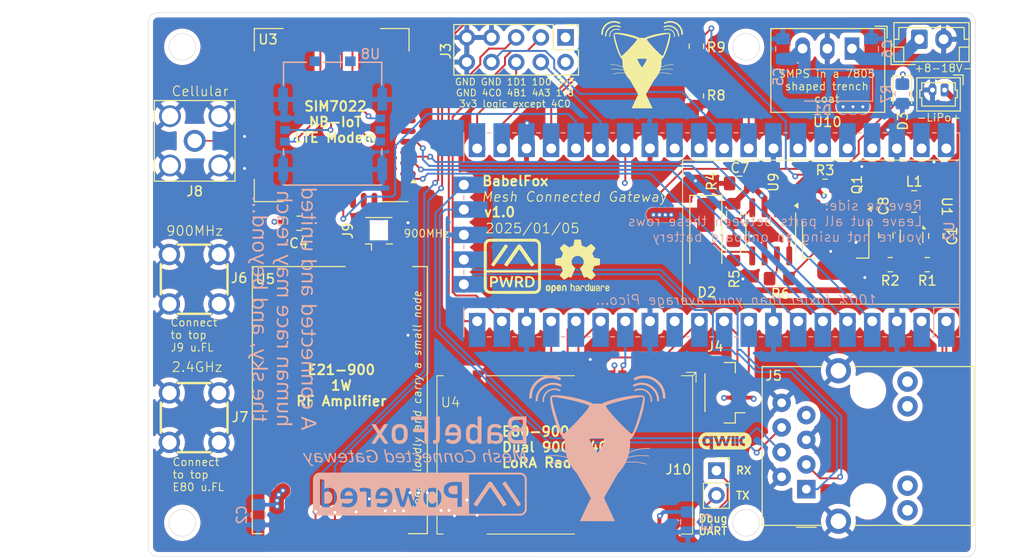
<source format=kicad_pcb>
(kicad_pcb (version 20240108) (generator "pcbnew") (generator_version "8.0")
  (layers (0 "F.Cu" jumper) (1 "In1.Cu" signal) (2 "In2.Cu" signal) (31 "B.Cu" signal) (34 "B.Paste" user) (35 "F.Paste" user) (36 "B.SilkS" user "B.Silkscreen") (37 "F.SilkS" user "F.Silkscreen") (38 "B.Mask" user) (39 "F.Mask" user) (44 "Edge.Cuts" user))
  (net 0 "")
  (net 1 "5Vcc")
  (net 2 "GND")
  (net 3 "3v3")
  (net 4 "BAT_Vcc")
  (net 10 "Net-(J8-In)")
  (net 11 "GPIO4")
  (net 12 "ADC1")
  (net 13 "GPIO0")
  (net 14 "LTE_WAKEUP")
  (net 15 "ADC0")
  (net 16 "Net-(U1-LX2)")
  (net 17 "Net-(U1-LX1)")
  (net 18 "Net-(U1-FB)")
  (net 19 "LTE_RTS")
  (net 20 "Net-(U3-SIM_CLK)")
  (net 22 "Net-(U3-SIM_VDD)")
  (net 30 "LTE_TX")
  (net 33 "LTE_RX")
  (net 36 "Net-(U3-SIM_RST)")
  (net 37 "LTE_CTS")
  (net 39 "Net-(U3-SIM_DATA)")
  (net 42 "LORA_NRST")
  (net 43 "LORA_CLK")
  (net 44 "LORA_MISO")
  (net 47 "LORA_MOSI")
  (net 49 "LORA_BUSY")
  (net 50 "LORA_IRQ")
  (net 51 "Net-(U4-LORA_ANT)")
  (net 52 "LNA_TXEN")
  (net 53 "LNA_RXEN")
  (net 55 "DBUG_RX")
  (net 56 "LORA_CS")
  (net 59 "DBUG_TX")
  (net 60 "5V_batt")
  (net 61 "DCin")
  (net 62 "5V_dc")
  (net 63 "Net-(D3-K)")
  (net 64 "Net-(D3-A)")
  (net 65 "Net-(Q1-B)")
  (net 66 "Net-(Q1-C)")
  (net 67 "Net-(J5-TD-)")
  (net 68 "Net-(U9-TS)")
  (net 69 "Net-(U9-CC)")
  (net 70 "5V_usb")
  (net 71 "Net-(J5-TD+)")
  (net 72 "UART3_TX")
  (net 73 "UART3_RX")
  (net 74 "Net-(J5-RD+)")
  (net 75 "Net-(J5-RD-)")
  (net 76 "I2C_SDA")
  (net 77 "I2C_SCL")
  (net 78 "Net-(J9-In)")
  (footprint "Connector_JST:JST_SH_BM04B-SRSS-TB_1x04-1MP_P1.00mm_Vertical" (layer "F.Cu") (at 161.3874 115.4444 90)
    (property "Reference" "J4")
    (property "Value" "Qwiic")
  )
  (footprint "Connector_RJ:RJ45_Bel_SI-60062-F" (layer "F.Cu") (at 169.801 125.37 90)
    (property "Reference" "J5")
    (property "Value" "RJ45_Bel_SI-60062-F")
  )
  (footprint "Connector_PinSocket_2.54mm:PinSocket_1x02_P2.54mm_Vertical" (layer "F.Cu") (at 160.553 123.464)
    (property "Reference" "J10")
    (property "Value" "Debug UART")
  )
  (footprint "Converter_DCDC:Converter_DCDC_RECOM_R-78E-0.5_THT" (layer "F.Cu") (at 174.497999 80.01 180)
    (property "Reference" "U10")
    (property "Value" "\"7805\" drop-in SMPS")
  )
  (footprint "Package_TO_SOT_SMD:SOT-223" (layer "F.Cu") (at 172.8216 99.669201 -90)
    (property "Reference" "Q1")
    (property "Value" "FZ788B")
  )
  (footprint "Capacitor_SMD:C_0805_2012Metric_Pad1.18x1.45mm_HandSolder" (layer "F.Cu") (at 183.12345 99.30925 -90)
    (property "Reference" "C1")
    (property "Value" "100uF")
  )
  (footprint "E21-x00G30S:E21-x00G30S" (layer "F.Cu") (at 132.362 116.255 90)
    (property "Reference" "U5")
    (property "Value" "~")
  )
  (footprint "Connector_Coaxial:SMA_Amphenol_132203-12_Horizontal" (layer "F.Cu") (at 106.8832 89.5096 90)
    (property "Reference" "J8")
    (property "Value" "Cellular Ant")
  )
  (footprint "Resistor_SMD:R_0805_2012Metric_Pad1.20x1.40mm_HandSolder" (layer "F.Cu") (at 178.430349 102.25565 180)
    (property "Reference" "R2")
    (property "Value" "91")
  )
  (footprint "Symbol:OSHW-Logo2_7.3x6mm_SilkScreen" (layer "F.Cu") (at 146.2786 102.4382)
    (property "Reference" "REF**" (hide yes))
    (property "Value" "OSHW-Logo2_7.3x6mm_SilkScreen" (hide yes))
  )
  (footprint "SIM7022:SIMCom_SIM7022" (layer "F.Cu") (at 120.9744 86.8564 180)
    (property "Reference" "U3")
    (property "Value" "~")
  )
  (footprint "babelfox_logo:babelfox_logo_9x9" (layer "F.Cu") (at 152.908 81.661)
    (property "Reference" ".")
    (property "Value" "LOGO" (hide yes))
  )
  (footprint "Diode_SMD:D_SMA_Handsoldering" (layer "F.Cu") (at 159.465851 99.632551 -90)
    (property "Reference" "D2")
    (property "Value" "30V DO-214")
  )
  (footprint "Resistor_SMD:R_0805_2012Metric_Pad1.20x1.40mm_HandSolder" (layer "F.Cu") (at 158.496 79.772 -90)
    (property "Reference" "R9")
    (property "Value" "150k 1%")
  )
  (footprint "Capacitor_SMD:C_0805_2012Metric_Pad1.18x1.45mm_HandSolder" (layer "F.Cu") (at 162.941 93.887401 180)
    (property "Reference" "C7")
    (property "Value" "0.1uF")
  )
  (footprint "Package_TO_SOT_SMD:SOT-583-8" (layer "F.Cu") (at 180.62815 99.331249 -90)
    (property "Reference" "U1")
    (property "Value" "~")
  )
  (footprint "Capacitor_SMD:C_0805_2012Metric_Pad1.18x1.45mm_HandSolder" (layer "F.Cu") (at 177.98185 99.25845 -90)
    (property "Reference" "C8")
    (property "Value" "10uF")
  )
  (footprint "E80-x00M2213S:E80-x00M2213S" (layer "F.Cu") (at 144.956 121.8432 -90)
    (property "Reference" "U4")
    (property "Value" "~")
  )
  (footprint "Connector_Molex:Molex_PicoBlade_53047-0210_1x02_P1.25mm_Vertical" (layer "F.Cu") (at 184.028399 84.2772 180)
    (property "Reference" "J2" (hide yes))
    (property "Value" "Battery")
  )
  (footprint "SMA-uFL jack:SMA-TH_2LC15SF025" (layer "F.Cu") (at 106.8324 118.0084 -90)
    (property "Reference" "J7")
    (property "Value" "LoRA 2.4G ANT")
  )
  (footprint "Capacitor_SMD:C_0805_2012Metric_Pad1.18x1.45mm_HandSolder" (layer "F.Cu") (at 117.6528 97.9932)
    (property "Reference" "C4")
    (property "Value" "10uF")
  )
  (footprint "SparkFun-Qwiic:qwiic_5.5mm" (layer "F.Cu") (at 161.4424 120.396)
    (property "Reference" "G***" (hide yes))
    (property "Value" "LOGO" (hide yes))
  )
  (footprint "Connector_JST:JST_EH_B2B-EH-A_1x02_P2.50mm_Vertical" (layer "F.Cu") (at 181.4268 79.0496)
    (property "Reference" "J1" (hide yes))
    (property "Value" "DCIN")
  )
  (footprint "LED_SMD:LED_0805_2012Metric_Pad1.15x1.40mm_HandSolder" (layer "F.Cu") (at 179.6796 84.6742 -90)
    (property "Reference" "D3")
    (property "Value" "red")
  )
  (footprint "Resistor_SMD:R_0805_2012Metric_Pad1.20x1.40mm_HandSolder" (layer "F.Cu") (at 162.306001 100.8376 -90)
    (property "Reference" "R5")
    (property "Value" "1k")
  )
  (footprint "Connector_Coaxial:U.FL_Hirose_U.FL-R-SMT-1_Vertical" (layer "F.Cu") (at 125.8316 99.2408 90)
    (property "Reference" "J9")
    (property "Value" "LoRA 900 u.FL")
  )
  (footprint "Resistor_SMD:R_0805_2012Metric_Pad1.20x1.40mm_HandSolder" (layer "F.Cu") (at 167.019051 103.696551)
    (property "Reference" "R6")
    (property "Value" "1k")
  )
  (footprint "Resistor_SMD:R_0805_2012Metric_Pad1.20x1.40mm_HandSolder" (layer "F.Cu") (at 162.3314 96.986201 -90)
    (property "Reference" "R4")
    (property "Value" "1k")
  )
  (footprint "Package_SO:SOIC-8_3.9x4.9mm_P1.27mm" (layer "F.Cu") (at 166.1414 98.881802 -90)
    (property "Reference" "U9")
    (property "Value" "~")
  )
  (footprint "SMA-uFL jack:SMA-TH_2LC15SF025" (layer "F.Cu") (at 106.8324 103.759 -90)
    (property "Reference" "J6")
    (property "Value" "LoRA 900 SMA")
  )
  (footprint "Resistor_SMD:R_0805_2012Metric_Pad1.20x1.40mm_HandSolder" (layer "F.Cu") (at 171.7294 94.192201)
    (property "Reference" "R3")
    (property "Value" "0.2")
  )
  (footprint "Inductor_SMD:L_1008_2520Metric_Pad1.43x2.20mm_HandSolder" (layer "F.Cu") (at 180.894149 95.75325)
    (property "Reference" "L1")
    (property "Value" "1uH")
  )
  (footprint "Resistor_SMD:R_0805_2012Metric_Pad1.20x1.40mm_HandSolder" (layer "F.Cu") (at 158.496 84.8868 -90)
    (property "Reference" "R8")
    (property "Value" "100k 1%")
  )
  (footprint "Resistor_SMD:R_0805_2012Metric_Pad1.20x1.40mm_HandSolder" (layer "F.Cu") (at 182.240349 102.25565 180)
    (property "Reference" "R1")
    (property "Value" "806")
  )
  (footprint "Connector_PinHeader_2.54mm:PinHeader_2x05_P2.54mm_Vertical" (layer "F.Cu") (at 145.034 78.862 -90)
    (property "Reference" "J3")
    (property "Value" "GPIO")
  )
  (footprint "m_pwd:m_powered" (layer "F.Cu") (at 139.5476 102.4128)
    (property "Reference" "G***" (hide yes))
    (property "Value" "LOGO" (hide yes))
  )
  (footprint "Capacitor_SMD:C_0805_2012Metric_Pad1.18x1.45mm_HandSolder" (layer "B.Cu") (at 157.607 128.7565 -90)
    (property "Reference" "C3")
    (property "Value" "10uF")
  )
  (footprint "Capacitor_SMD:C_0805_2012Metric_Pad1.18x1.45mm_HandSolder" (layer "B.Cu") (at 113.411 128.016 -90)
    (property "Reference" "C2")
    (property "Value" "10uF")
  )
  (footprint "Diode_SMD:D_SMA_Handsoldering" (layer "B.Cu") (at 172.1104 83.7692 180)
    (property "Reference" "D1")
    (property "Value" "30V DO-214")
  )
  (footprint "LuckFox_Pico:LuckFox_Pico" (layer "B.Cu") (at 160.0708 99.187 90)
    (property "Reference" "U2")
    (property "Value" "LuckFox_Pico" (hide yes))
  )
  (footprint "m_pwd:m_powered2" (layer "B.Cu") (at 130.048 125.8824 180)
    (property "Reference" ".")
    (property "Value" "LOGO" (hide yes))
  )
  (footprint "Resistor_SMD:R_0805_2012Metric_Pad1.20x1.40mm_HandSolder" (layer "B.Cu") (at 179.6796 84.6742 -90)
    (property "Reference" "R7")
    (property "Value" "2k")
  )
  (footprint "babelfox_logo:babelfox_logo" (layer "B.Cu") (at 136.652 121.158 180)
    (property "Reference" ".")
    (property "Value" "LOGO" (hide yes))
  )
  (footprint "Capacitor_SMD:C_0805_2012Metric_Pad1.18x1.45mm_HandSolder" (layer "B.Cu") (at 176.4792 80.0315 90)
    (property "Reference" "C6")
    (property "Value" "10uF")
  )
  (footprint "Capacitor_SMD:C_0805_2012Metric_Pad1.18x1.45mm_HandSolder" (layer "B.Cu") (at 167.386 80.0393 90)
    (property "Reference" "C5")
    (property "Value" "10uF")
  )
  (footprint "simcard:1042240820_MOL" (layer "B.Cu") (at 121.0764 87.739999 180)
    (property "Reference" "U8")
    (property "Value" "NanoSIM Slot")
  )
  (gr_line (start 185.5724 91.4908) (end 157.0736 91.4908) (stroke (width 0.1)) (layer "F.SilkS"))
  (gr_line (start 157.0736 91.4908) (end 157.0736 106.3244) (stroke (width 0.1)) (layer "F.SilkS"))
  (gr_line (start 157.0736 106.3244) (end 185.5724 106.3244) (stroke (width 0.1)) (layer "F.SilkS"))
  (gr_line (start 185.5724 106.3244) (end 185.5724 91.4908) (stroke (width 0.1)) (layer "F.SilkS"))
  (gr_line (start 186.189218 76.294377) (end 103.116782 76.304164) (stroke (width 0.05)) (layer "Edge.Cuts"))
  (gr_circle (center 105.608 79.827) (end 106.983 79.827) (stroke (width 0.05)) (fill none) (layer "Edge.Cuts"))
  (gr_circle (center 105.608 128.834) (end 106.983 128.834) (stroke (width 0.05)) (fill none) (layer "Edge.Cuts"))
  (gr_line (start 103.124 132.334) (end 186.189218 132.341223) (stroke (width 0.05)) (layer "Edge.Cuts"))
  (gr_arc (start 186.189218 76.294377) (mid 186.908092 76.596609) (end 187.205243 77.317597) (stroke (width 0.05)) (layer "Edge.Cuts"))
  (gr_line (start 102.100757 77.327384) (end 102.108 131.318) (stroke (width 0.05)) (layer "Edge.Cuts"))
  (gr_arc (start 187.205243 131.318003) (mid 186.908088 132.038987) (end 186.189218 132.341223) (stroke (width 0.05)) (layer "Edge.Cuts"))
  (gr_arc (start 102.100757 77.327384) (mid 102.397912 76.6064) (end 103.116782 76.304164) (stroke (width 0.05)) (layer "Edge.Cuts"))
  (gr_circle (center 163.608 79.827) (end 164.983 79.827) (stroke (width 0.05)) (fill none) (layer "Edge.Cuts"))
  (gr_arc (start 103.124 132.334) (mid 102.407676 132.034324) (end 102.108 131.318) (stroke (width 0.05)) (layer "Edge.Cuts"))
  (gr_circle (center 163.608 128.834) (end 164.983 128.834) (stroke (width 0.05)) (fill none) (layer "Edge.Cuts"))
  (gr_line (start 187.205243 131.318003) (end 187.205243 77.317597) (stroke (width 0.05)) (layer "Edge.Cuts"))
  (gr_text "A connected and united\nhuman race may reach\nthe sky, and beyond..." (at 112.5728 106.7816 270) (layer "B.SilkS") (effects (font (size 1.5 1.5) (thickness 0.1)) (justify bottom mirror)))
  (gr_text "100% foxier than your average Pico..." (at 177.1904 106.4768 0) (layer "B.SilkS") (effects (font (size 1 1) (thickness 0.1) (italic yes)) (justify left bottom mirror)))
  (gr_text "Reverse side:\nLeave out all parts between these rows\nyou're not using an onboard battery" (at 181.788149 99.981249 0) (layer "B.SilkS") (effects (font (size 1 1) (thickness 0.1)) (justify left bottom mirror)))
  (gr_text "Speak loudly and carry a small node" (at 130.2512 127.8636 90) (layer "F.SilkS") (effects (font (size 0.8 0.8) (thickness 0.1) (italic yes)) (justify left bottom)))
  (gr_text " +8-18V-" (at 180.2384 82.4992 0) (layer "F.SilkS") (effects (font (size 0.8 0.8) (thickness 0.1)) (justify left bottom)))
  (gr_text "900MHz" (at 128.3208 99.5172 0) (layer "F.SilkS") (effects (font (size 0.8 0.8) (thickness 0.1)) (justify left bottom)))
  (gr_text "Cellular" (at 104.4448 84.9884 0) (layer "F.SilkS") (effects (font (size 1 1) (thickness 0.1)) (justify left bottom)))
  (gr_text "E80-900\nDual 900/2400\nLoRA Radio" (at 138.3792 123.2408 0) (layer "F.SilkS") (effects (font (size 1 1) (thickness 0.2) (bold yes)) (justify left bottom)))
  (gr_text "Connect\nto top\nE80 u.FL" (at 104.5464 125.6284 0) (layer "F.SilkS") (effects (font (size 0.8 0.8) (thickness 0.1)) (justify left bottom)))
  (gr_text "2025/01/05" (at 136.7028 99.1108 0) (layer "F.SilkS") (effects (font (size 1 1) (thickness 0.1)) (justify left bottom)))
  (gr_text "SIM7022\nNB-IoT\nLTE Modem" (at 121.3612 89.7636 0) (layer "F.SilkS") (effects (font (size 1 1) (thickness 0.2) (bold yes)) (justify bottom)))
  (gr_text "2.4GHz" (at 104.4448 113.3856 0) (layer "F.SilkS") (effects (font (size 1 1) (thickness 0.1)) (justify left bottom)))
  (gr_text "-LiPo+" (at 181.102 87.5792 0) (layer "F.SilkS") (effects (font (size 0.8 0.8) (thickness 0.1)) (justify left bottom)))
  (gr_text "Connect\nto top\nJ9 u.FL" (at 104.3432 111.252 0) (layer "F.SilkS") (effects (font (size 0.8 0.8) (thickness 0.1)) (justify left bottom)))
  (gr_text "E21-900\n1W\nRF Amplifier" (at 121.9708 116.8908 0) (layer "F.SilkS") (effects (font (size 1 1) (thickness 0.2) (bold yes)) (justify bottom)))
  (gr_text "RX\n\nTX" (at 162.4838 126.492 0) (layer "F.SilkS") (effects (font (size 0.8 0.8) (thickness 0.15) (bold yes)) (justify left bottom)))
  (gr_text "SMPS in a 7805\nshaped trench\ncoat" (at 171.9072 85.6488 0) (layer "F.SilkS") (effects (font (size 0.8 0.8) (thickness 0.1)) (justify bottom)))
  (gr_text "Dbug\nUART" (at 158.623 130.1496 0) (layer "F.SilkS") (effects (font (size 0.8 0.8) (thickness 0.15) (bold yes)) (justify left bottom)))
  (gr_text "v1.0" (at 136.5504 97.4344 0) (layer "F.SilkS") (effects (font (size 1 1) (thickness 0.2) (bold yes)) (justify left bottom)))
  (gr_text "Mesh Connected Gateway" (at 136.3472 95.8596 0) (layer "F.SilkS") (effects (font (size 1 1) (thickness 0.1) (italic yes)) (justify left bottom)))
  (gr_text "GND GND 1D1 1D0 3v3\nGND 4C0 4B1 4A3 1v8\n3v3 logic except 4C0" (at 139.827 86.106 0) (layer "F.SilkS") (effects (font (size 0.7 0.7) (thickness 0.1)) (justify bottom)))
  (gr_text "BabelFox" (at 136.3472 94.234 0) (layer "F.SilkS") (effects (font (size 1 1) (thickness 0.2) (bold yes)) (justify left bottom)))
  (gr_text "900MHz" (at 103.886 99.3648 0) (layer "F.SilkS") (effects (font (size 1 1) (thickness 0.1)) (justify left bottom)))
  (segment (start 115.311999 126.160217) (end 115.529108 125.943108) (width 1.5) (layer "F.Cu") (net 1))
  (segment (start 115.311999 129.955) (end 115.311999 126.160217) (width 1.5) (layer "F.Cu") (net 1))
  (segment (start 115.960907 125.511309) (end 115.529108 125.943108) (width 1.5) (layer "F.Cu") (net 1))
  (segment (start 154.079351 97.132551) (end 154.0764 97.1296) (width 1.5) (layer "F.Cu") (net 1))
  (segment (start 163.9785 93.887401) (end 165.5064 95.415301) (width 0.6) (layer "F.Cu") (net 1))
  (segment (start 168.0464 99.292353) (end 165.506401 96.752353) (width 0.2) (layer "F.Cu") (net 1))
  (segment (start 160.612201 95.986201) (end 159.465851 97.132551) (width 0.6) (layer "F.Cu") (net 1))
  (segment (start 163.9785 93.887401) (end 163.9785 94.339101) (width 0.6) (layer "F.Cu") (net 1))
  (segment (start 170.7294 94.192201) (end 170.7294 94.2754) (width 0.4) (layer "F.Cu") (net 1))
  (segment (start 170.7294 94.2754) (end 171.6024 95.1484) (width 0.4) (layer "F.Cu") (net 1))
  (segment (start 155.2956 97.132551) (end 154.686 97.132551) (width 1.5) (layer "F.Cu") (net 1))
  (segment (start 165.5064 95.415301) (end 165.5064 96.406801) (width 0.6) (layer "F.Cu") (net 1))
  (segment (start 163.9785 94.339101) (end 162.3314 95.986201) (width 0.6) (layer "F.Cu") (net 1))
  (segment (start 154.686 97.132551) (end 154.079351 97.132551) (width 1.5) (layer "F.Cu") (net 1))
  (segment (start 115.960907 125.511307) (end 115.960907 125.511309) (width 1.5) (layer "F.Cu") (net 1))
  (segment (start 162.3314 95.986201) (end 160.612201 95.986201) (width 0.6) (layer "F.Cu") (net 1))
  (segment (start 155.9052 97.132551) (end 155.2956 97.132551) (width 1.5) (layer "F.Cu") (net 1))
  (segment (start 165.506401 96.752353) (end 165.5064 96.406801) (width 0.2) (layer "F.Cu") (net 1))
  (segment (start 159.465851 97.132551) (end 155.9052 97.132551) (width 1.5) (layer "F.Cu") (net 1))
  (segment (start 168.0464 101.356801) (end 168.0464 99.292353) (width 0.2) (layer "F.Cu") (net 1))
  (via (at 115.3668 127.1524) (size 0.6) (drill 0.3) (layers "F.Cu" "B.Cu") (net 1))
  (via (at 173.5836 86.0044) (size 0.6) (drill 0.3) (layers "F.Cu" "B.Cu") (net 1))
  (via (at 165.2016 95.1484) (size 0.6) (drill 0.3) (layers "F.Cu" "B.Cu") (net 1))
  (via (at 115.529108 125.943108) (size 0.6) (drill 0.3) (layers "F.Cu" "B.Cu") (net 1))
  (via (at 155.2956 97.132551) (size 0.6) (drill 0.3) (layers "F.Cu" "B.Cu") (net 1))
  (via (at 115.3668 126.5428) (size 0.6) (drill 0.3) (layers "F.Cu" "B.Cu") (net 1))
  (via (at 155.9052 97.132551) (size 0.6) (drill 0.3) (layers "F.Cu" "B.Cu") (net 1))
  (via (at 171.6024 95.1484) (size 0.6) (drill 0.3) (layers "F.Cu" "B.Cu") (net 1))
  (via (at 154.0764 97.1296) (size 0.6) (drill 0.3) (layers "F.Cu" "B.Cu") (net 1))
  (via (at 115.960907 125.511307) (size 0.6) (drill 0.3) (layers "F.Cu" "B.Cu") (net 1))
  (via (at 154.686 97.132551) (size 0.6) (drill 0.3) (layers "F.Cu" "B.Cu") (net 1))
  (via (at 175.6156 86.0044) (size 0.6) (drill 0.3) (layers "F.Cu" "B.Cu") (net 1))
  (via (at 174.5996 86.0044) (size 0.6) (drill 0.3) (layers "F.Cu" "B.Cu") (net 1))
  (segment (start 174.6104 83.7692) (end 174.6104 85.9936) (width 1.5) (layer "B.Cu") (net 1))
  (segment (start 115.1929 126.9785) (end 115.3668 127.1524) (width 0.4) (layer "B.Cu") (net 1))
  (segment (start 174.6104 83.7692) (end 173.6344 84.7452) (width 1.5) (layer "B.Cu") (net 1))
  (segment (start 173.6344 84.7452) (end 173.6344 86.0044) (width 1.5) (layer "B.Cu") (net 1))
  (segment (start 175.5648 84.7236) (end 175.5648 86.0044) (width 1.5) (layer "B.Cu") (net 1))
  (segment (start 113.411 126.9785) (end 115.1929 126.9785) (width 0.4) (layer "B.Cu") (net 1))
  (segment (start 174.6104 83.7692) (end 175.5648 84.7236) (width 1.5) (layer "B.Cu") (net 1))
  (segment (start 174.6104 85.9936) (end 174.5996 86.0044) (width 1.5) (layer "B.Cu") (net 1))
  (segment (start 183.12345 100.34675) (end 182.102949 99.326249) (width 0.4) (layer "F.Cu") (net 2))
  (segment (start 180.37815 100.452609) (end 180.3908 100.465259) (width 0.2) (layer "F.Cu") (net 2))
  (segment (start 180.87815 99.48705) (end 181.0004 99.3648) (width 0.2) (layer "F.Cu") (net 2))
  (segment (start 123.312001 129.955) (end 123.312001 127.893999) (width 0.2) (layer "F.Cu") (net 2))
  (segment (start 147.066 112.522) (end 147.574 112.014) (width 0.4) (layer "F.Cu") (net 2))
  (segment (start 117.312 129.955) (end 117.312 127.7472) (width 0.4) (layer "F.Cu") (net 2))
  (segment (start 178.74155 101.05565) (end 180.22395 101.05565) (width 0.6) (layer "F.Cu") (net 2))
  (segment (start 180.22395 101.05565) (end 180.3908 100.8888) (width 0.6) (layer "F.Cu") (net 2))
  (segment (start 147.066 113.9432) (end 147.066 112.522) (width 0.4) (layer "F.Cu") (net 2))
  (segment (start 117.312 127.7472) (end 117.5512 127.508) (width 0.4) (layer "F.Cu") (net 2))
  (segment (start 180.3908 100.465259) (end 180.3908 100.8888) (width 0.2) (layer "F.Cu") (net 2))
  (segment (start 180.37815 100.071249) (end 180.37815 100.452609) (width 0.2) (layer "F.Cu") (net 2))
  (segment (start 182.102949 99.326249) (end 181.038951 99.326249) (width 0.4) (layer "F.Cu") (net 2))
  (segment (start 123.312001 127.893999) (end 123.4948 127.7112) (width 0.2) (layer "F.Cu") (net 2))
  (segment (start 180.87815 100.071249) (end 180.87815 99.48705) (width 0.2) (layer "F.Cu") (net 2))
  (segment (start 181.038951 99.326249) (end 181.0004 99.3648) (width 0.4) (layer "F.Cu") (net 2))
  (segment (start 180.37815 100.071249) (end 180.87815 100.071249) (width 0.2) (layer "F.Cu") (net 2))
  (segment (start 177.98185 100.29595) (end 178.74155 101.05565) (width 0.6) (layer "F.Cu") (net 2))
  (via (at 128.8288 97.9424) (size 0.6) (drill 0.3) (layers "F.Cu" "B.Cu") (net 2))
  (via (at 158.3944 93.6244) (size 0.6) (drill 0.3) (layers "F.Cu" "B.Cu") (net 2))
  (via (at 128.8288 109.5248) (size 0.6) (drill 0.3) (layers "F.Cu" "B.Cu") (net 2))
  (via (at 129.921 125.73) (size 0.6) (drill 0.3) (layers "F.Cu" "B.Cu") (net 2))
  (via (at 141.0716 87.6808) (size 0.6) (drill 0.3) (layers "F.Cu" "B.Cu") (net 2))
  (via (at 164.1348 99.314) (size 0.6) (drill 0.3) (layers "F.Cu" "B.Cu") (net 2))
  (via (at 174.9044 99.9744) (size 0.6) (drill 0.3) (layers "F.Cu" "B.Cu") (net 2))
  (via (at 124.841 126.365) (size 0.6) (drill 0.3) (layers "F.Cu" "B.Cu") (net 2))
  (via (at 133.604 128.1176) (size 0.6) (drill 0.3) (layers "F.Cu" "B.Cu") (net 2))
  (via (at 135.9408 128.0668) (size 0.6) (drill 0.3) (layers "F.Cu" "B.Cu") (net 2))
  (via (at 112.014 89.0524) (size 0.6) (drill 0.3) (layers "F.Cu" "B.Cu") (net 2))
  (via (at 123.4948 127.7112) (size 0.6) (drill 0.3) (layers "F.Cu" "B.Cu") (net 2))
  (via (at 133.0452 127.5588) (size 0.6) (drill 0.3) (layers "F.Cu" "B.Cu") (net 2))
  (via (at 172.3136 100.8888) (size 0.6) (drill 0.3) (layers "F.Cu" "B.Cu") (net 2))
  (via (at 147.574 112.014) (size 0.6) (drill 0.3) (layers "F.Cu" "B.Cu") (net 2))
  (via (at 129.032 125.73) (size 0.6) (drill 0.3) (layers "F.Cu" "B.Cu") (net 2))
  (via (at 134.874 126.492) (size 0.6) (drill 0.3) (layers "F.Cu" "B.Cu") (net 2))
  (via (at 178.2064 88.392) (size 0.6) (drill 0.3) (layers "F.Cu" "B.Cu") (net 2))
  (via (at 127.4572 127.6096) (size 0.6) (drill 0.3) (layers "F.Cu" "B.Cu") (net 2))
  (via (at 126.492 127.6096) (size 0.6) (drill 0.3) (layers "F.Cu" "B.Cu") (net 2))
  (via (at 112.014 92.3544) (size 0.6) (drill 0.3) (layers "F.Cu" "B.Cu") (net 2))
  (via (at 163.2712 103.7336) (size 0.6) (drill 0.3) (layers "F.Cu" "B.Cu") (net 2))
  (via (at 175.8188 103.5812) (size 0.6) (drill 0.3) (layers "F.Cu" "B.Cu") (net 2))
  (via (at 132.2324 127.5588) (size 0.6) (drill 0.3) (layers "F.Cu" "B.Cu") (net 2))
  (via (at 128.3716 127.6096) (size 0.6) (drill 0.3) (layers "F.Cu" "B.Cu") (net 2))
  (via (at 130.81 125.73) (size 0.6) (drill 0.3) (layers "F.Cu" "B.Cu") (net 2))
  (via (at 175.514 92.1512) (size 0.6) (drill 0.3) (layers "F.Cu" "B.Cu") (net 2))
  (via (at 182.9308 91.694) (size 0.6) (drill 0.3) (layers "F.Cu" "B.Cu") (net 2))
  (segment (start 162.7124 115.9444) (end 164.2552 115.9444) (width 0.4) (layer "F.Cu") (net 3))
  (segment (start 164.2552 115.9444) (end 164.3888 116.078) (width 0.4) (layer "F.Cu") (net 3))
  (segment (start 115.083 97.8408) (end 116.4629 97.8408) (width 0.4) (layer "F.Cu") (net 3))
  (segment (start 162.7124 115.9444) (end 161.3728 115.9444) (width 0.4) (layer "F.Cu") (net 3))
  (segment (start 161.3728 115.9444) (end 161.3408 115.9764) (width 0.4) (layer "F.Cu") (net 3))
  (segment (start 116.4629 97.8408) (end 116.6153 97.9932) (width 0.4) (layer "F.Cu") (net 3))
  (segment (start 116.5054 96.3078) (end 116.5054 97.8916) (width 0.4) (layer "F.Cu") (net 3))
  (segment (start 154.686 129.743201) (end 154.686 128.1684) (width 0.4) (layer "F.Cu") (net 3))
  (segment (start 154.686 128.1684) (end 154.7368 128.1176) (width 0.4) (layer "F.Cu") (net 3))
  (segment (start 116.5744 95.6564) (end 117.6744 95.6564) (width 0.4) (layer "F.Cu") (net 3))
  (via (at 154.7368 128.1176) (size 0.6) (drill 0.3) (layers "F.Cu" "B.Cu") (net 3))
  (via (at 161.3408 115.9764) (size 0.6) (drill 0.3) (layers "F.Cu" "B.Cu") (net 3))
  (via (at 115.083 97.8408) (size 0.6) (drill 0.3) (layers "F.Cu" "B.Cu") (net 3))
  (via (at 164.3888 116.078) (size 0.6) (drill 0.3) (layers "F.Cu" "B.Cu") (net 3))
  (segment (start 155.1354 127.719) (end 154.7368 128.1176) (width 0.4) (layer "B.Cu") (net 3))
  (segment (start 157.607 127.719) (end 155.1354 127.719) (width 0.4) (layer "B.Cu") (net 3))
  (segment (start 185.5508 90.856189) (end 182.253739 94.15325) (width 0.6) (layer "F.Cu") (net 4))
  (segment (start 179.507849 98.22095) (end 179.728149 98.44125) (width 0.6) (layer "F.Cu") (net 4))
  (segment (start 168.9342 94.931801) (end 170.5216 96.519201) (width 0.6) (layer "F.Cu") (net 4))
  (segment (start 170.061812 92.992201) (end 168.830999 92.992201) (width 0.2) (layer "F.Cu") (net 4))
  (segment (start 167.276401 94.931801) (end 168.9342 94.931801) (width 0.6) (layer "F.Cu") (net 4))
  (segment (start 168.830999 92.992201) (end 168.656 93.1672) (width 0.2) (layer "F.Cu") (net 4))
  (segment (start 178.94755 94.15325) (end 177.98185 95.11895) (width 0.6) (layer "F.Cu") (net 4))
  (segment (start 184.028399 84.2772) (end 185.5508 85.799601) (width 0.6) (layer "F.Cu") (net 4))
  (segment (start 166.7764 96.406801) (end 166.7764 97.035195) (width 0.6) (layer "F.Cu") (net 4))
  (segment (start 177.981851 98.22095) (end 179.507849 98.22095) (width 0.6) (layer "F.Cu") (net 4))
  (segment (start 179.728149 98.44125) (end 179.728148 100.07125) (width 0.6) (layer "F.Cu") (net 4))
  (segment (start 166.7764 95.431802) (end 167.276401 94.931801) (width 0.6) (layer "F.Cu") (net 4))
  (segment (start 182.253739 94.15325) (end 180.2892 94.15325) (width 0.6) (layer "F.Cu") (net 4))
  (segment (start 168.9342 94.119813) (end 170.061812 92.992201) (width 0.6) (layer "F.Cu") (net 4))
  (segment (start 159.1912 78.772) (end 160.036 77.9272) (width 0.2) (layer "F.Cu") (net 4))
  (segment (start 158.5628 78.772) (end 159.1912 78.772) (width 0.2) (layer "F.Cu") (net 4))
  (segment (start 180.2892 94.15325) (end 178.94755 94.15325) (width 0.6) (layer "F.Cu") (net 4))
  (segment (start 170.061812 92.992201) (end 174.623601 92.992201) (width 0.6) (layer "F.Cu") (net 4))
  (segment (start 166.7764 96.406801) (end 166.7764 95.431802) (width 0.6) (layer "F.Cu") (net 4))
  (segment (start 177.98185 95.11895) (end 177.98185 98.22095) (width 0.6) (layer "F.Cu") (net 4))
  (segment (start 168.9342 94.931801) (end 168.9342 94.119813) (width 0.6) (layer "F.Cu") (net 4))
  (segment (start 174.623601 92.992201) (end 175.78465 94.15325) (width 0.6) (layer "F.Cu") (net 4))
  (segment (start 185.5508 85.799601) (end 185.5508 90.856189) (width 0.6) (layer "F.Cu") (net 4))
  (segment (start 175.78465 94.15325) (end 180.2892 94.15325) (width 0.6) (layer "F.Cu") (net 4))
  (via (at 168.656 93.1672) (size 0.6) (drill 0.3) (layers "F.Cu" "B.Cu") (net 4))
  (via (at 160.036 77.9272) (size 0.6) (drill 0.3) (layers "F.Cu" "B.Cu") (net 4))
  (segment (start 168.656 93.1672) (end 167.6908 92.202) (width 0.2) (layer "B.Cu") (net 4))
  (segment (start 167.6908 92.202) (end 167.6908 87.527) (width 0.2) (layer "B.Cu") (net 4))
  (segment (start 160.036 79.8722) (end 160.036 77.9272) (width 0.2) (layer "B.Cu") (net 4))
  (segment (start 167.6908 87.527) (end 160.036 79.8722) (width 0.2) (layer "B.Cu") (net 4))
  (segment (start 112.5074 91.8064) (end 113.1244 91.8064) (width 0.145) (layer "F.Cu") (net 10))
  (segment (start 111.359 90.658) (end 112.5074 91.8064) (width 0.145) (layer "F.Cu") (net 10))
  (segment (start 108.586517 89.5096) (end 106.8832 89.5096) (width 0.145) (layer "F.Cu") (net 10))
  (arc (start 111.359 90.658) (mid 110.086974 89.808059) (end 108.586517 89.5096) (width 0.145) (layer "F.Cu") (net 10))
  (segment (start 148.6408 87.5284) (end 148.6408 90.297) (width 0.2) (layer "B.Cu") (net 11))
  (segment (start 142.748 81.6356) (end 148.6408 87.5284) (width 0.2) (layer "B.Cu") (net 11))
  (segment (start 163.8808 90.297) (end 163.8808 86.1568) (width 0.2) (layer "F.Cu") (net 12))
  (segment (start 163.8808 86.1568) (end 158.496 80.772) (width 0.2) (layer "F.Cu") (net 12))
  (segment (start 158.496 82.3468) (end 158.496 83.8868) (width 0.2) (layer "F.Cu") (net 12))
  (segment (start 158.496 80.772) (end 158.496 82.3468) (width 0.2) (layer "F.Cu") (net 12))
  (segment (start 135.9408 90.297) (end 135.9408 86.8172) (width 0.2) (layer "F.Cu") (net 13))
  (segment (start 139.954 82.804) (end 139.954 81.402) (width 0.2) (layer "F.Cu") (net 13))
  (segment (start 135.9408 86.8172) (end 139.954 82.804) (width 0.2) (layer "F.Cu") (net 13))
  (segment (start 122.174 95.756) (end 122.0744 95.6564) (width 0.2) (layer "F.Cu") (net 14))
  (segment (start 122.174 97.536) (end 122.174 95.756) (width 0.2) (layer "F.Cu") (net 14))
  (via (at 122.174 97.536) (size 0.6) (drill 0.3) (layers "F.Cu" "B.Cu") (net 14))
  (segment (start 127.508 90.043) (end 127.508 94.996) (width 0.2) (layer "B.Cu") (net 14))
  (segment (start 146.1008 87.5284) (end 145.3134 86.741) (width 0.2) (layer "B.Cu") (net 14))
  (segment (start 130.81 86.741) (end 127.508 90.043) (width 0.2) (layer "B.Cu") (net 14))
  (segment (start 127.254 95.25) (end 124.46 95.25) (width 0.2) (layer "B.Cu") (net 14))
  (segment (start 146.1008 90.297) (end 146.1008 87.5284) (width 0.2) (layer "B.Cu") (net 14))
  (segment (start 145.3134 86.741) (end 144.145 86.741) (width 0.2) (layer "B.Cu") (net 14))
  (segment (start 124.46 95.25) (end 122.174 97.536) (width 0.2) (layer "B.Cu") (net 14))
  (segment (start 127.508 94.996) (end 127.254 95.25) (width 0.2) (layer "B.Cu") (net 14))
  (segment (start 144.145 86.741) (end 130.81 86.741) (width 0.2) (layer "B.Cu") (net 14))
  (segment (start 157.0242 84.4804) (end 161.320799 88.776999) (width 0.2) (layer "B.Cu") (net 15))
  (segment (start 152.7652 84.674) (end 152.9588 84.4804) (width 0.2) (layer "B.Cu") (net 15))
  (segment (start 161.320799 88.776999) (end 161.320799 90.337) (width 0.2) (layer "B.Cu") (net 15))
  (segment (start 142.970346 80.252) (end 143.8656 81.147254) (width 0.2) (layer "B.Cu") (net 15))
  (segment (start 146.4976 84.674) (end 152.7652 84.674) (width 0.2) (layer "B.Cu") (net 15))
  (segment (start 137.414 81.402) (end 138.564 80.252) (width 0.2) (layer "B.Cu") (net 15))
  (segment (start 152.9588 84.4804) (end 157.0242 84.4804) (width 0.2) (layer "B.Cu") (net 15))
  (segment (start 143.8656 82.042) (end 146.4976 84.674) (width 0.2) (layer "B.Cu") (net 15))
  (segment (start 138.564 80.252) (end 142.970346 80.252) (width 0.2) (layer "B.Cu") (net 15))
  (segment (start 143.8656 81.147254) (end 143.8656 82.042) (width 0.2) (layer "B.Cu") (net 15))
  (segment (start 180.878149 97.97905) (end 180.970349 97.88685) (width 0.2) (layer "F.Cu") (net 16))
  (segment (start 182.05665 95.75325) (end 181.048945 96.760955) (width 0.6) (layer "F.Cu") (net 16))
  (segment (start 180.878149 98.59125) (end 180.878149 97.97905) (width 0.2) (layer "F.Cu") (net 16))
  (segment (start 181.048945 96.760955) (end 181.048945 97.75625) (width 0.6) (layer "F.Cu") (net 16))
  (segment (start 179.731648 97.280545) (end 180.207352 97.75625) (width 0.6) (layer "F.Cu") (net 17))
  (segment (start 179.731648 95.75325) (end 179.731648 97.280545) (width 0.6) (layer "F.Cu") (net 17))
  (segment (start 180.378149 98.59125) (end 180.378148 97.95505) (width 0.2) (layer "F.Cu") (net 17))
  (segment (start 180.378148 97.95505) (end 180.309949 97.88685) (width 0.2) (layer "F.Cu") (net 17))
  (segment (start 181.378149 100.071249) (end 181.378149 102.11785) (width 0.2) (layer "F.Cu") (net 18))
  (segment (start 179.430349 102.25565) (end 181.240349 102.25565) (width 0.2) (layer "F.Cu") (net 18))
  (segment (start 181.378149 102.11785) (end 181.240349 102.25565) (width 0.2) (layer "F.Cu") (net 18))
  (segment (start 130.3528 90.2716) (end 129.6876 89.6064) (width 0.2) (layer "F.Cu") (net 19))
  (segment (start 129.6876 89.6064) (end 128.8244 89.6064) (width 0.2) (layer "F.Cu") (net 19))
  (via (at 130.3528 90.2716) (size 0.6) (drill 0.3) (layers "F.Cu" "B.Cu") (net 19))
  (segment (start 130.4036 91.4908) (end 130.3528 91.44) (width 0.2) (layer "B.Cu") (net 19))
  (segment (start 130.9998 92.087) (end 130.4036 91.4908) (width 0.2) (layer "B.Cu") (net 19))
  (segment (start 158.0508 92.087) (end 132.6388 92.087) (width 0.2) (layer "B.Cu") (net 19))
  (segment (start 130.3528 91.44) (end 130.3528 90.2716) (width 0.2) (layer "B.Cu") (net 19))
  (segment (start 132.6388 92.087) (end 130.9998 92.087) (width 0.2) (layer "B.Cu") (net 19))
  (segment (start 174.0408 108.077) (end 158.0508 92.087) (width 0.2) (layer "B.Cu") (net 19))
  (segment (start 122.0135 86.5043) (end 124.7729 89.2637) (width 0.2) (layer "F.Cu") (net 20))
  (segment (start 122.0135 78.6651) (end 122.0135 86.5043) (width 0.2) (layer "F.Cu") (net 20))
  (via (at 124.7648 89.3064) (size 0.6) (drill 0.3) (layers "F.Cu" "B.Cu") (net 20))
  (segment (start 124.7648 89.3064) (end 125.050798 89.592398) (width 0.2) (layer "B.Cu") (net 20))
  (segment (start 125.9764 89.592398) (end 125.050798 89.592398) (width 0.2) (layer "B.Cu") (net 20))
  (segment (start 117.3561 89.3653) (end 119.8135 86.9079) (width 0.2) (layer "F.Cu") (net 22))
  (segment (start 119.8135 86.9079) (end 119.8135 78.6651) (width 0.2) (layer "F.Cu") (net 22))
  (via (at 117.348 89.408) (size 0.6) (drill 0.3) (layers "F.Cu" "B.Cu") (net 22))
  (segment (start 115.741202 89.541598) (end 115.9256 89.3572) (width 0.2) (layer "B.Cu") (net 22))
  (segment (start 116.1764 89.592398) (end 117.163602 89.592398) (width 0.2) (layer "B.Cu") (net 22))
  (segment (start 130.1496 92.456) (end 129.5 91.8064) (width 0.2) (layer "F.Cu") (net 30))
  (segment (start 129.5 91.8064) (end 128.8244 91.8064) (width 0.2) (layer "F.Cu") (net 30))
  (segment (start 130.1478 92.4578) (end 130.1496 92.456) (width 0.2) (layer "F.Cu") (net 30))
  (via (at 130.1496 92.456) (size 0.6) (drill 0.3) (layers "F.Cu" "B.Cu") (net 30))
  (segment (start 155.9108 92.487) (end 171.5008 108.077) (width 0.2) (layer "B.Cu") (net 30))
  (segment (start 130.1496 92.456) (end 130.1186 92.487) (width 0.2) (layer "B.Cu") (net 30))
  (segment (start 130.1186 92.487) (end 155.9108 92.487) (width 0.2) (layer "B.Cu") (net 30))
  (segment (start 130.3528 93.4212) (end 129.3392 93.4212) (width 0.2) (layer "F.Cu") (net 33))
  (segment (start 129.3392 93.4212) (end 128.8244 92.9064) (width 0.2) (layer "F.Cu") (net 33))
  (via (at 130.3528 93.4212) (size 0.6) (drill 0.3) (layers "F.Cu" "B.Cu") (net 33))
  (segment (start 130.887 92.887) (end 130.3528 93.4212) (width 0.2) (layer "B.Cu") (net 33))
  (segment (start 153.7708 92.887) (end 130.887 92.887) (width 0.2) (layer "B.Cu") (net 33))
  (segment (start 168.9608 108.077) (end 153.7708 92.887) (width 0.2) (layer "B.Cu") (net 33))
  (segment (start 120.9135 88.2971) (end 120.9135 78.6651) (width 0.2) (layer "F.Cu") (net 36))
  (via (at 120.8532 88.392) (size 0.6) (drill 0.3) (layers "F.Cu" "B.Cu") (net 36))
  (segment (start 120.852802 88.392398) (end 116.1764 88.392398) (width 0.2) (layer "B.Cu") (net 36))
  (segment (start 129.2532 91.1352) (end 128.8244 90.7064) (width 0.2) (layer "F.Cu") (net 37))
  (segment (start 131.1148 91.1352) (end 130.8922 91.3578) (width 0.2) (layer "F.Cu") (net 37))
  (segment (start 131.1148 91.1352) (end 129.2532 91.1352) (width 0.2) (layer "F.Cu") (net 37))
  (via (at 131.1148 91.1352) (size 0.6) (drill 0.3) (layers "F.Cu" "B.Cu") (net 37))
  (segment (start 176.5808 108.077) (end 160.1908 91.687) (width 0.2) (layer "B.Cu") (net 37))
  (segment (start 131.6666 91.687) (end 131.1148 91.1352) (width 0.2) (layer "B.Cu") (net 37))
  (segment (start 132.6896 91.687) (end 131.6666 91.687) (width 0.2) (layer "B.Cu") (net 37))
  (segment (start 160.1908 91.687) (end 132.6896 91.687) (width 0.2) (layer "B.Cu") (net 37))
  (segment (start 123.1135 85.2675) (end 124.7729 86.9269) (width 0.2) (layer "F.Cu") (net 39))
  (segment (start 123.1135 78.6651) (end 123.1135 85.2675) (width 0.2) (layer "F.Cu") (net 39))
  (via (at 124.7648 86.9696) (size 0.6) (drill 0.3) (layers "F.Cu" "B.Cu") (net 39))
  (segment (start 125.9764 87.192398) (end 124.987598 87.192398) (width 0.2) (layer "B.Cu") (net 39))
  (segment (start 143.5608 108.077) (end 143.5608 113.544886) (width 0.2) (layer "F.Cu") (net 42))
  (segment (start 149.606 119.590086) (end 149.606 129.7432) (width 0.2) (layer "F.Cu") (net 42))
  (segment (start 143.5608 113.544886) (end 149.606 119.590086) (width 0.2) (layer "F.Cu") (net 42))
  (segment (start 150.876001 113.9432) (end 150.876001 112.725199) (width 0.2) (layer "F.Cu") (net 43))
  (segment (start 150.876001 112.725199) (end 150.9776 112.6236) (width 0.2) (layer "F.Cu") (net 43))
  (via (at 150.9776 112.6236) (size 0.6) (drill 0.3) (layers "F.Cu" "B.Cu") (net 43))
  (segment (start 151.1808 108.077) (end 151.1808 112.4204) (width 0.2) (layer "B.Cu") (net 43))
  (segment (start 151.1808 112.4204) (end 150.9776 112.6236) (width 0.2) (layer "B.Cu") (net 43))
  (segment (start 145.2508 108.927) (end 145.2508 114.6692) (width 0.2) (layer "F.Cu") (net 44))
  (segment (start 153.0348 115.4432) (end 153.416 115.062) (width 0.2) (layer "F.Cu") (net 44))
  (segment (start 146.1008 108.077) (end 145.2508 108.927) (width 0.2) (layer "F.Cu") (net 44))
  (segment (start 146.0248 115.4432) (end 153.0348 115.4432) (width 0.2) (layer "F.Cu") (net 44))
  (segment (start 153.416 115.062) (end 153.416 113.9432) (width 0.2) (layer "F.Cu") (net 44))
  (segment (start 145.2508 114.6692) (end 146.0248 115.4432) (width 0.2) (layer "F.Cu") (net 44))
  (segment (start 151.586001 115.0432) (end 152.146 114.483201) (width 0.2) (layer "F.Cu") (net 47))
  (segment (start 148.6408 108.077) (end 146.356 110.3618) (width 0.2) (layer "F.Cu") (net 47))
  (segment (start 152.146 114.483201) (end 152.146 113.9432) (width 0.2) (layer "F.Cu") (net 47))
  (segment (start 146.356 114.9616) (end 146.4376 115.0432) (width 0.2) (layer "F.Cu") (net 47))
  (segment (start 146.356 110.3618) (end 146.356 114.9616) (width 0.2) (layer "F.Cu") (net 47))
  (segment (start 146.4376 115.0432) (end 151.586001 115.0432) (width 0.2) (layer "F.Cu") (net 47))
  (segment (start 158.8008 108.077) (end 155.067 111.8108) (width 0.2) (layer "F.Cu") (net 49))
  (segment (start 149.7076 111.8108) (end 148.335999 113.182401) (width 0.2) (layer "F.Cu") (net 49))
  (segment (start 148.335999 113.182401) (end 148.335999 113.9432) (width 0.2) (layer "F.Cu") (net 49))
  (segment (start 155.067 111.8108) (end 149.7076 111.8108) (width 0.2) (layer "F.Cu") (net 49))
  (segment (start 151.13 93.853) (end 151.13 93.726) (width 0.2) (layer "F.Cu") (net 50))
  (segment (start 151.13 93.726) (end 151.1808 93.6752) (width 0.2) (layer "F.Cu") (net 50))
  (segment (start 150.0632 112.6236) (end 150.0632 113.486) (width 0.2) (layer "F.Cu") (net 50))
  (segment (start 150.0632 113.486) (end 149.606 113.9432) (width 0.2) (layer "F.Cu") (net 50))
  (segment (start 151.1808 93.6752) (end 151.1808 90.297) (width 0.2) (layer "F.Cu") (net 50))
  (via (at 150.0632 112.6236) (size 0.6) (drill 0.3) (layers "F.Cu" "B.Cu") (net 50))
  (via (at 151.13 93.853) (size 0.6) (drill 0.3) (layers "F.Cu" "B.Cu") (net 50))
  (segment (start 132.621173 126.5936) (end 126.372454 126.5936) (width 0.145) (layer "F.Cu") (net 51))
  (segment (start 125.312 127.654054) (end 125.312 129.955) (width 0.145) (layer "F.Cu") (net 51))
  (segment (start 134.626 128.598426) (end 134.626 129.743201) (width 0.145) (layer "F.Cu") (net 51))
  (arc (start 134.0388 127.1808) (mid 133.388387 126.746208) (end 132.621173 126.5936) (width 0.145) (layer "F.Cu") (net 51))
  (arc (start 134.0388 127.1808) (mid 134.473391 127.831212) (end 134.626 128.598426) (width 0.145) (layer "F.Cu") (net 51))
  (arc (start 125.6226 126.9042) (mid 125.392722 127.248236) (end 125.312 127.654054) (width 0.145) (layer "F.Cu") (net 51))
  (arc (start 126.372454 126.5936) (mid 125.966636 126.674322) (end 125.6226 126.9042) (width 0.145) (layer "F.Cu") (net 51))
  (segment (start 131.934 93.5228) (end 131.9276 93.5228) (width 0.2) (layer "F.Cu") (net 52))
  (segment (start 143.5608 90.297) (end 143.5608 85.554831) (width 0.2) (layer "F.Cu") (net 52))
  (segment (start 131.9276 93.5228) (end 131.6228 93.8276) (width 0.2) (layer "F.Cu") (net 52))
  (segment (start 119.312 127.6776) (end 119.3292 127.6604) (width 0.2) (layer "F.Cu") (net 52))
  (segment (start 134.616968 76.927) (end 131.934 79.609968) (width 0.2) (layer "F.Cu") (net 52))
  (segment (start 148.557207 77.635506) (end 147.848701 76.927) (width 0.2) (layer "F.Cu") (net 52))
  (segment (start 143.5608 85.554831) (end 148.557207 80.558424) (width 0.2) (layer "F.Cu") (net 52))
  (segment (start 131.934 79.609968) (end 131.934 93.5228) (width 0.2) (layer "F.Cu") (net 52))
  (segment (start 148.557207 80.558424) (end 148.557207 77.635506) (width 0.2) (layer "F.Cu") (net 52))
  (segment (start 147.848701 76.927) (end 134.616968 76.927) (width 0.2) (layer "F.Cu") (net 52))
  (segment (start 119.312 129.954999) (end 119.312 127.6776) (width 0.2) (layer "F.Cu") (net 52))
  (via (at 119.3292 127.6604) (size 0.6) (drill 0.3) (layers "F.Cu" "B.Cu") (net 52))
  (via (at 131.6228 93.8276) (size 0.6) (drill 0.3) (layers "F.Cu" "B.Cu") (net 52))
  (segment (start 119.3292 124.351515) (end 120.9104 122.770315) (width 0.2) (layer "B.Cu") (net 52))
  (segment (start 120.9104 122.770314) (end 130.498315 113.1824) (width 0.2) (layer "B.Cu") (net 52))
  (segment (start 130.498315 94.952085) (end 131.6228 93.8276) (width 0.2) (layer "B.Cu") (net 52))
  (segment (start 120.9104 122.770315) (end 120.9104 122.770314) (width 0.2) (layer "B.Cu") (net 52))
  (segment (start 119.3292 127.6604) (end 119.3292 124.351515) (width 0.2) (layer "B.Cu") (net 52))
  (segment (start 130.498315 113.1824) (end 130.498315 94.952085) (width 0.2) (layer "B.Cu") (net 52))
  (segment (start 132.334 79.775654) (end 134.782654 77.327) (width 0.2) (layer "F.Cu") (net 53))
  (segment (start 148.081007 80.468939) (end 143.205946 85.344) (width 0.2) (layer "F.Cu") (net 53))
  (segment (start 147.683015 77.327) (end 148.081007 77.724993) (width 0.2) (layer "F.Cu") (net 53))
  (segment (start 143.205946 85.344) (end 140.9636 85.344) (width 0.2) (layer "F.Cu") (net 53))
  (segment (start 138.4808 87.8268) (end 138.4808 90.297) (width 0.2) (layer "F.Cu") (net 53))
  (segment (start 140.9636 85.344) (end 138.4808 87.8268) (width 0.2) (layer "F.Cu") (net 53))
  (segment (start 132.334 94.2848) (end 132.334 79.775654) (width 0.2) (layer "F.Cu") (net 53))
  (segment (start 121.312 129.955) (end 121.312 127.7636) (width 0.2) (layer "F.Cu") (net 53))
  (segment (start 121.3104 127.762) (end 121.312 127.7636) (width 0.2) (layer "F.Cu") (net 53))
  (segment (start 148.081007 77.724993) (end 148.081007 80.468939) (width 0.2) (layer "F.Cu") (net 53))
  (segment (start 134.782654 77.327) (end 147.683015 77.327) (width 0.2) (layer "F.Cu") (net 53))
  (segment (start 132.2324 94.3864) (end 132.334 94.2848) (width 0.2) (layer "F.Cu") (net 53))
  (via (at 121.3104 127.762) (size 0.6) (drill 0.3) (layers "F.Cu" "B.Cu") (net 53))
  (via (at 132.2324 94.3864) (size 0.6) (drill 0.3) (layers "F.Cu" "B.Cu") (net 53))
  (segment (start 130.9116 95.7072) (end 130.9116 113.3348) (width 0.2) (layer "B.Cu") (net 53))
  (segment (start 121.3104 122.936) (end 121.3104 127.762) (width 0.2) (layer "B.Cu") (net 53))
  (segment (start 130.9116 113.3348) (end 121.3104 122.936) (width 0.2) (layer "B.Cu") (net 53))
  (segment (start 132.2324 94.3864) (end 130.9116 95.7072) (width 0.2) (layer "B.Cu") (net 53))
  (segment (start 159.807543 128.375803) (end 161.703 126.480346) (width 0.2) (layer "F.Cu") (net 55))
  (segment (start 161.703 126.480346) (end 161.703 124.614) (width 0.2) (layer "F.Cu") (net 55))
  (segment (start 160.784368 131.338882) (end 159.807543 130.362057) (width 0.2) (layer "F.Cu") (net 55))
  (segment (start 159.807543 130.362057) (end 159.807543 128.375803) (width 0.2) (layer "F.Cu") (net 55))
  (segment (start 183.8008 110.217) (end 183.8008 128.815514) (width 0.2) (layer "F.Cu") (net 55))
  (segment (start 161.703 124.614) (end 160.553 123.464) (width 0.2) (layer "F.Cu") (net 55))
  (segment (start 181.277432 131.338882) (end 160.784368 131.338882) (width 0.2) (layer "F.Cu") (net 55))
  (segment (start 183.8008 128.815514) (end 181.277432 131.338882) (width 0.2) (layer "F.Cu") (net 55))
  (segment (start 181.6608 108.077) (end 183.8008 110.217) (width 0.2) (layer "F.Cu") (net 55))
  (segment (start 160.618682 131.738882) (end 158.9024 130.0226) (width 0.2) (layer "F.Cu") (net 59))
  (segment (start 158.9024 130.0226) (end 158.9024 127.6546) (width 0.2) (layer "F.Cu") (net 59))
  (segment (start 158.9024 127.6546) (end 160.553 126.004) (width 0.2) (layer "F.Cu") (net 59))
  (segment (start 181.443118 131.738882) (end 160.618682 131.738882) (width 0.2) (layer "F.Cu") (net 59))
  (segment (start 184.2008 128.9812) (end 181.443118 131.738882) (width 0.2) (layer "F.Cu") (net 59))
  (segment (start 184.2008 108.077) (end 184.2008 128.9812) (width 0.2) (layer "F.Cu") (net 59))
  (segment (start 183.12345 98.27175) (end 182.058649 98.27175) (width 0.6) (layer "F.Cu") (net 60))
  (segment (start 184.348451 101.147549) (end 183.240349 102.25565) (width 0.6) (layer "F.Cu") (net 60))
  (segment (start 159.465851 102.132551) (end 162.229851 104.896551) (width 0.6) (layer "F.Cu") (net 60))
  (segment (start 181.378149 98.591249) (end 181.739149 98.59125) (width 0.2) (layer "F.Cu") (net 60))
  (segment (start 183.12345 98.27175) (end 184.34845 99.496751) (width 0.6) (layer "F.Cu") (net 60))
  (segment (start 182.058649 98.27175) (end 181.739149 98.59125) (width 0.6) (layer "F.Cu") (net 60))
  (segment (start 184.34845 99.496751) (end 184.348451 101.147549) (width 0.6) (layer "F.Cu") (net 60))
  (segment (start 180.599448 104.896551) (end 183.240349 102.25565) (width 0.6) (layer "F.Cu") (net 60))
  (segment (start 162.229851 104.896551) (end 180.599448 104.896551) (width 0.6) (layer "F.Cu") (net 60))
  (segment (start 174.497999 80.01) (end 175.556999 81.069) (width 1.27) (layer "B.Cu") (net 61))
  (segment (start 181.4268 79.0496) (end 179.4074 81.069) (width 1.27) (layer "B.Cu") (net 61))
  (segment (start 179.4074 81.069) (end 176.4792 81.069) (width 1.27) (layer "B.Cu") (net 61))
  (segment (start 175.556999 81.069) (end 176.4792 81.069) (width 1.27) (layer "B.Cu") (net 61))
  (segment (start 169.6104 83.7692) (end 169.6104 80.2024) (width 1.27) (layer "B.Cu") (net 62))
  (segment (start 169.6104 80.2024) (end 169.418 80.01) (width 1.27) (layer "B.Cu") (net 62))
  (segment (start 168.3512 81.0768) (end 167.386 81.0768) (width 1.27) (layer "B.Cu") (net 62))
  (segment (start 169.418 80.01) (end 168.3512 81.0768) (width 1.27) (layer "B.Cu") (net 62))
  (segment (start 179.6796 83.649201) (end 179.6796 82.7024) (width 0.2) (layer "F.Cu") (net 63))
  (segment (start 179.6796 82.7024) (end 179.7304 82.6516) (width 0.2) (layer "F.Cu") (net 63))
  (via (at 179.7304 82.6516) (size 0.6) (drill 0.3) (layers "F.Cu" "B.Cu") (net 63))
  (segment (start 179.7304 82.6516) (end 179.7304 83.6234) (width 0.2) (layer "B.Cu") (net 63))
  (segment (start 179.7304 83.6234) (end 179.6796 83.6742) (width 0.2) (layer "B.Cu") (net 63))
  (segment (start 157.238999 92.392201) (end 153.0264 96.6048) (width 0.2) (layer "F.Cu") (net 64))
  (segment (start 175.1908 89.487999) (end 175.1908 90.835801) (width 0.2) (layer "F.Cu") (net 64))
  (segment (start 175.1908 90.835801) (end 173.6344 92.392201) (width 0.2) (layer "F.Cu") (net 64))
  (segment (start 153.0264 97.8068) (end 155.302151 100.082551) (width 0.2) (layer "F.Cu") (net 64))
  (segment (start 178.9796 85.699199) (end 175.1908 89.487999) (width 0.2) (layer "F.Cu") (net 64))
  (segment (start 179.6796 85.699199) (end 178.9796 85.699199) (width 0.2) (layer "F.Cu") (net 64))
  (segment (start 173.6344 92.392201) (end 157.238999 92.392201) (width 0.2) (layer "F.Cu") (net 64))
  (segment (start 155.302151 100.082551) (end 160.350595 100.082551) (width 0.2) (layer "F.Cu") (net 64))
  (segment (start 161.205644 100.9376) (end 163.817198 100.9376) (width 0.2) (layer "F.Cu") (net 64))
  (segment (start 153.0264 96.6048) (end 153.0264 97.8068) (width 0.2) (layer "F.Cu") (net 64))
  (segment (start 163.817198 100.9376) (end 164.2364 101.356802) (width 0.2) (layer "F.Cu") (net 64))
  (segment (start 160.350595 100.082551) (end 161.205644 100.9376) (width 0.2) (layer "F.Cu") (net 64))
  (segment (start 168.019051 103.62175) (end 175.1216 96.519201) (width 0.2) (layer "F.Cu") (net 65))
  (segment (start 168.019051 103.696551) (end 168.019051 103.62175) (width 0.2) (layer "F.Cu") (net 65))
  (segment (start 172.8216 96.519202) (end 171.521602 97.8192) (width 0.2) (layer "F.Cu") (net 66))
  (segment (start 169.4588 97.819201) (end 168.0464 96.406801) (width 0.2) (layer "F.Cu") (net 66))
  (segment (start 171.521602 97.8192) (end 169.4588 97.819201) (width 0.2) (layer "F.Cu") (net 66))
  (segment (start 172.7294 94.192201) (end 172.7294 96.427002) (width 0.6) (layer "F.Cu") (net 66))
  (segment (start 171.2278 124.2568) (end 173.1264 124.2568) (width 0.2) (layer "F.Cu") (net 67))
  (segment (start 169.801 122.83) (end 171.2278 124.2568) (width 0.2) (layer "F.Cu") (net 67))
  (segment (start 173.1264 124.2568) (end 173.2788 124.1044) (width 0.2) (layer "F.Cu") (net 67))
  (via (at 173.2788 124.1044) (size 0.6) (drill 0.3) (layers "F.Cu" "B.Cu") (net 67))
  (segment (start 154.819599 102.786999) (end 158.5596 106.527) (width 0.2) (layer "B.Cu") (net 67))
  (segment (start 163.0596 111.027) (end 164.8884 112.8558) (width 0.2) (layer "B.Cu") (net 67))
  (segment (start 160.357085 106.5276) (end 162.727768 106.5276) (width 0.2) (layer "B.Cu") (net 67))
  (segment (start 160.356485 106.527) (end 160.357085 106.5276) (width 0.2) (layer "B.Cu") (net 67))
  (segment (start 134.5708 101.737) (end 134.570801 101.737) (width 0.2) (layer "B.Cu") (net 67))
  (segment (start 162.7308 111.027) (end 163.0596 111.027) (width 0.2) (layer "B.Cu") (net 67))
  (segment (start 173.4022 117.8644) (end 173.4022 123.981) (width 0.2) (layer "B.Cu") (net 67))
  (segment (start 158.5596 106.527) (end 160.356485 106.527) (width 0.2) (layer "B.Cu") (net 67))
  (segment (start 162.7308 106.530632) (end 162.7308 111.027) (width 0.2) (layer "B.Cu") (net 67))
  (segment (start 168.3936 112.8558) (end 173.4022 117.8644) (width 0.2) (layer "B.Cu") (net 67))
  (segment (start 173.4022 123.981) (end 173.2788 124.1044) (width 0.2) (layer "B.Cu") (net 67))
  (segment (start 162.727768 106.5276) (end 162.7308 106.530632) (width 0.2) (layer "B.Cu") (net 67))
  (segment (start 164.8884 112.8558) (end 168.3936 112.8558) (width 0.2) (layer "B.Cu") (net 67))
  (segment (start 135.6208 102.786999) (end 154.819599 102.786999) (width 0.2) (layer "B.Cu") (net 67))
  (segment (start 134.570801 101.737) (end 135.6208 102.786999) (width 0.2) (layer "B.Cu") (net 67))
  (segment (start 162.657 97.986201) (end 162.3314 97.986201) (width 0.2) (layer "F.Cu") (net 68))
  (segment (start 162.306 99.837601) (end 162.306 98.011601) (width 0.2) (layer "F.Cu") (net 68))
  (segment (start 164.2364 96.406801) (end 162.657 97.986201) (width 0.2) (layer "F.Cu") (net 68))
  (segment (start 162.306 98.011601) (end 162.3314 97.986201) (width 0.2) (layer "F.Cu") (net 68))
  (segment (start 166.7764 101.356802) (end 166.7764 102.939202) (width 0.2) (layer "F.Cu") (net 69))
  (segment (start 166.7764 102.939202) (end 166.019051 103.696551) (width 0.2) (layer "F.Cu") (net 69))
  (segment (start 166.7764 102.244001) (end 166.7764 101.356801) (width 0.2) (layer "F.Cu") (net 69))
  (segment (start 172.9522 118.0508) (end 172.9522 123.3932) (width 0.2) (layer "B.Cu") (net 71))
  (segment (start 154.633201 103.237001) (end 158.3232 106.927) (width 0.2) (layer "B.Cu") (net 71))
  (segment (start 162.544412 111.47698) (end 162.87318 111.47698) (width 0.2) (layer "B.Cu") (net 71))
  (segment (start 135.6208 103.237001) (end 154.633201 103.237001) (width 0.2) (layer "B.Cu") (net 71))
  (segment (start 162.87318 111.47698) (end 164.702 113.3058) (width 0.2) (layer "B.Cu") (net 71))
  (segment (start 160.1908 106.927) (end 160.1908 111.027) (width 0.2) (layer "B.Cu") (net 71))
  (segment (start 162.094432 111.027) (end 162.544412 111.47698) (width 0.2) (layer "B.Cu") (net 71))
  (segment (start 168.2072 113.3058) (end 172.9522 118.0508) (width 0.2) (layer "B.Cu") (net 71))
  (segment (start 158.3232 106.927) (end 160.1908 106.927) (width 0.2) (layer "B.Cu") (net 71))
  (segment (start 164.702 113.3058) (end 168.2072 113.3058) (width 0.2) (layer "B.Cu") (net 71))
  (segment (start 134.5708 104.287001) (end 135.6208 103.237001) (width 0.2) (layer "B.Cu") (net 71))
  (segment (start 160.1908 111.027) (end 162.094432 111.027) (width 0.2) (layer "B.Cu") (net 71))
  (segment (start 170.9754 125.37) (end 169.801 125.37) (width 0.2) (layer "B.Cu") (net 71))
  (segment (start 172.9522 123.3932) (end 170.9754 125.37) (width 0.2) (layer "B.Cu") (net 71))
  (segment (start 133.4208 87.0512) (end 138.804 81.668) (width 0.2) (layer "F.Cu") (net 72))
  (segment (start 133.4208 105.0744) (end 133.4208 87.0512) (width 0.2) (layer "F.Cu") (net 72))
  (segment (start 138.4808 108.077) (end 135.840801 105.437001) (width 0.2) (layer "F.Cu") (net 72))
  (segment (start 141.104 80.252) (end 142.494 78.862) (width 0.2) (layer "F.Cu") (net 72))
  (segment (start 138.804 80.925654) (end 139.477654 80.252) (width 0.2) (layer "F.Cu") (net 72))
  (segment (start 133.783401 105.437001) (end 133.4208 105.0744) (width 0.2) (layer "F.Cu") (net 72))
  (segment (start 138.804 81.668) (end 138.804 80.925654) (width 0.2) (layer "F.Cu") (net 72))
  (segment (start 135.840801 105.437001) (end 133.783401 105.437001) (width 0.2) (layer "F.Cu") (net 72))
  (segment (start 139.477654 80.252) (end 141.104 80.252) (width 0.2) (layer "F.Cu") (net 72))
  (segment (start 136.264 80.908) (end 137.16 80.012) (width 0.2) (layer "F.Cu") (net 73))
  (segment (start 134.6962 108.077) (end 133.0208 106.4016) (width 0.2) (layer "F.Cu") (net 73))
  (segment (start 136.264 81.638346) (end 136.264 80.908) (width 0.2) (layer "F.Cu") (net 73))
  (segment (start 138.804001 80.012) (end 139.954001 78.862) (width 0.2) (layer "F.Cu") (net 73))
  (segment (start 133.0208 106.4016) (end 133.0208 84.881546) (width 0.2) (layer "F.Cu") (net 73))
  (segment (start 137.16 80.012) (end 138.804001 80.012) (width 0.2) (layer "F.Cu") (net 73))
  (segment (start 135.9408 108.077) (end 134.6962 108.077) (width 0.2) (layer "F.Cu") (net 73))
  (segment (start 133.0208 84.881546) (end 136.264 81.638346) (width 0.2) (layer "F.Cu") (net 73))
  (segment (start 164.7762 119.0752) (end 164.6936 119.0752) (width 0.2) (layer "B.Cu") (net 74))
  (segment (start 163.6486 120.1202) (end 143.5016 120.1202) (width 0.2) (layer "B.Cu") (net 74))
  (segment (start 164.6936 119.0752) (end 163.6486 120.1202) (width 0.2) (layer "B.Cu") (net 74))
  (segment (start 143.5016 120.1202) (end 132.1018 108.7204) (width 0.2) (layer "B.Cu") (net 74))
  (segment (start 132.657198 96.586999) (end 134.5708 96.586999) (width 0.2) (layer "B.Cu") (net 74))
  (segment (start 132.1018 97.142397) (end 132.657198 96.586999) (width 0.2) (layer "B.Cu") (net 74))
  (segment (start 132.1018 108.7204) (end 132.1018 97.142397) (width 0.2) (layer "B.Cu") (net 74))
  (segment (start 167.261 121.56) (end 164.7762 119.0752) (width 0.2) (layer "B.Cu") (net 74))
  (segment (start 167.261 119.02) (end 164.6936 121.5874) (width 0.2) (layer "F.Cu") (net 75))
  (segment (start 164.6936 121.5874) (end 164.6936 121.6152) (width 0.2) (layer "F.Cu") (net 75))
  (via (at 164.6936 121.6152) (size 0.6) (drill 0.3) (layers "F.Cu" "B.Cu") (net 75))
  (segment (start 134.5708 94.037) (end 131.6518 96.956) (width 0.2) (layer "B.Cu") (net 75))
  (segment (start 143.3152 120.5702) (end 163.6486 120.5702) (width 0.2) (layer "B.Cu") (net 75))
  (segment (start 131.6518 96.956) (end 131.6518 108.9068) (width 0.2) (layer "B.Cu") (net 75))
  (segment (start 131.6518 108.9068) (end 143.3152 120.5702) (width 0.2) (layer "B.Cu") (net 75))
  (segment (start 163.6486 120.5702) (end 164.6936 121.6152) (width 0.2) (layer "B.Cu") (net 75))
  (segment (start 163.487399 114.9444) (end 162.7124 114.9444) (width 0.2) (layer "F.Cu") (net 76))
  (segment (start 163.8808 108.077) (end 163.8808 114.550999) (width 0.2) (layer "F.Cu") (net 76))
  (segment (start 163.8808 114.550999) (end 163.487399 114.9444) (width 0.2) (layer "F.Cu") (net 76))
  (segment (start 163.8808 108.077) (end 163.8808 109.637) (width 0.2) (layer "B.Cu") (net 76))
  (segment (start 162.7124 109.4486) (end 162.7124 113.9444) (width 0.2) (layer "F.Cu") (net 77))
  (segment (start 161.3408 108.077) (end 162.7124 109.4486) (width 0.2) (layer "F.Cu") (net 77))
  (segment (start 161.3408 109.637) (end 161.3408 108.077) (width 0.2) (layer "B.Cu") (net 77))
  (segment (start 125.812 100.7168) (end 125.812 102.455) (width 0.145) (layer "F.Cu") (net 78))
  (zone (net 0) (net_name "") (layers "F.Cu" "In1.Cu" "In2.Cu" "B.Cu") (name "RF clearance") (connect_pads (clearance 0)) (min_thickness 0.25)
    (keepout (tracks allowed) (vias allowed) (pads allowed) (copperpour not_allowed) (footprints allowed))
    (fill (thermal_gap 0.5) (thermal_bridge_width 0.5))
    (polygon (pts (xy 108.712 87.757) (xy 108.712 91.313) (xy 105.029 91.313) (xy 105.029 87.757)))
  )
  (zone (net 2) (net_name "GND") (layers "F.Cu" "In2.Cu" "B.Cu") (connect_pads (clearance 0.5)) (min_thickness 0.25) (fill yes (thermal_gap 0.5) (thermal_bridge_width 0.5))
    (polygon (pts (xy 102.2604 76.454) (xy 102.3112 132.1816) (xy 187.0456 132.1816) (xy 186.944 76.454)))
  )
)
</source>
